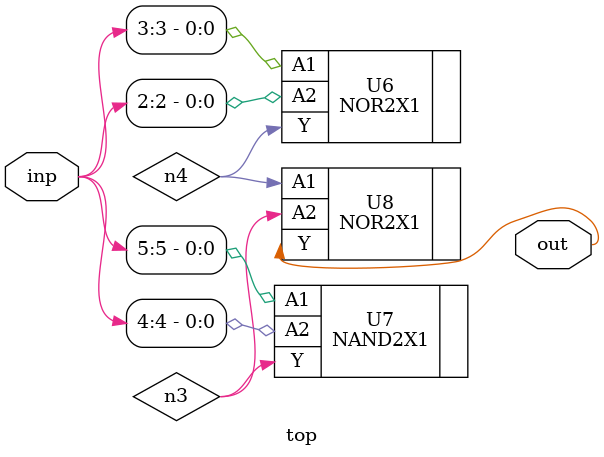
<source format=sv>


module top ( inp, out );
  input [5:0] inp;
  output out;
  wire   n3, n4;

  NOR2X1 U6 ( .A1(inp[3]), .A2(inp[2]), .Y(n4) );
  NAND2X1 U7 ( .A1(inp[5]), .A2(inp[4]), .Y(n3) );
  NOR2X1 U8 ( .A1(n4), .A2(n3), .Y(out) );
endmodule


</source>
